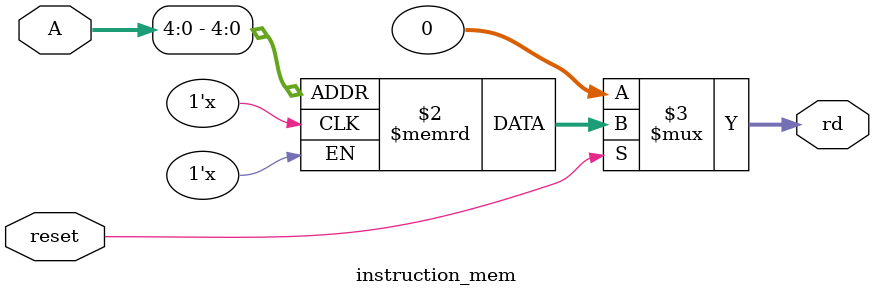
<source format=v>
module instruction_mem(
    input [31:0]A,
    input reset,
    output[31:0]rd
);
    reg [31:0]mem[0:31];

    assign rd=(reset==1'b0)? 32'b0000000: mem[A[4:0]];
    


endmodule
</source>
